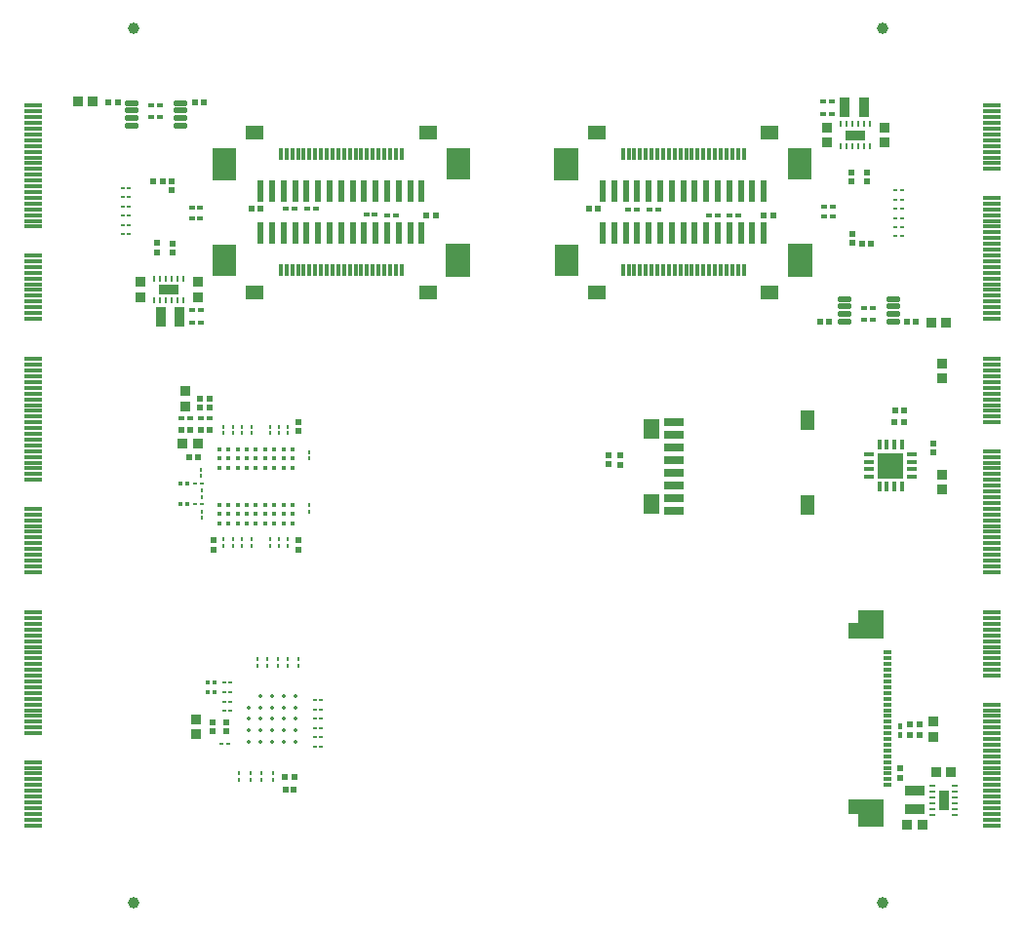
<source format=gtp>
G04*
G04 #@! TF.GenerationSoftware,Altium Limited,Altium Designer,21.1.1 (26)*
G04*
G04 Layer_Color=8421504*
%FSLAX44Y44*%
%MOMM*%
G71*
G04*
G04 #@! TF.SameCoordinates,63B2E272-0427-4AAB-BE5C-BBC369205028*
G04*
G04*
G04 #@! TF.FilePolarity,Positive*
G04*
G01*
G75*
%ADD11C,1.0000*%
%ADD16R,0.5200X0.5600*%
%ADD17R,0.3600X0.3200*%
%ADD18R,0.3500X0.2500*%
%ADD19R,0.2500X0.3500*%
%ADD20C,0.4100*%
%ADD21R,0.5600X0.5200*%
%ADD22R,0.5000X0.4500*%
%ADD23R,0.5200X0.5200*%
%ADD24R,0.8500X0.9000*%
%ADD25R,0.9000X0.8500*%
%ADD26R,1.5000X0.3500*%
%ADD29R,0.4500X0.5000*%
%ADD30R,1.7300X0.9400*%
%ADD31R,1.0000X1.0000*%
%ADD32R,0.8000X0.3000*%
G04:AMPARAMS|DCode=34|XSize=0.25mm|YSize=0.5mm|CornerRadius=0.05mm|HoleSize=0mm|Usage=FLASHONLY|Rotation=90.000|XOffset=0mm|YOffset=0mm|HoleType=Round|Shape=RoundedRectangle|*
%AMROUNDEDRECTD34*
21,1,0.2500,0.4000,0,0,90.0*
21,1,0.1500,0.5000,0,0,90.0*
1,1,0.1000,0.2000,0.0750*
1,1,0.1000,0.2000,-0.0750*
1,1,0.1000,-0.2000,-0.0750*
1,1,0.1000,-0.2000,0.0750*
%
%ADD34ROUNDEDRECTD34*%
%ADD37R,1.4000X1.8000*%
%ADD38R,1.2000X1.8000*%
%ADD39R,1.8000X0.8000*%
%ADD40R,2.2300X2.2300*%
%ADD41R,0.9500X0.3500*%
%ADD42R,0.3500X0.9500*%
%ADD44R,0.3000X1.0000*%
%ADD45R,1.6500X1.3000*%
%ADD46R,0.6000X1.9000*%
%ADD47R,2.1000X2.8000*%
G04:AMPARAMS|DCode=48|XSize=0.45mm|YSize=1.15mm|CornerRadius=0.0495mm|HoleSize=0mm|Usage=FLASHONLY|Rotation=270.000|XOffset=0mm|YOffset=0mm|HoleType=Round|Shape=RoundedRectangle|*
%AMROUNDEDRECTD48*
21,1,0.4500,1.0510,0,0,270.0*
21,1,0.3510,1.1500,0,0,270.0*
1,1,0.0990,-0.5255,-0.1755*
1,1,0.0990,-0.5255,0.1755*
1,1,0.0990,0.5255,0.1755*
1,1,0.0990,0.5255,-0.1755*
%
%ADD48ROUNDEDRECTD48*%
%ADD49R,0.9400X1.7300*%
G04:AMPARAMS|DCode=51|XSize=0.25mm|YSize=0.5mm|CornerRadius=0.05mm|HoleSize=0mm|Usage=FLASHONLY|Rotation=360.000|XOffset=0mm|YOffset=0mm|HoleType=Round|Shape=RoundedRectangle|*
%AMROUNDEDRECTD51*
21,1,0.2500,0.4000,0,0,360.0*
21,1,0.1500,0.5000,0,0,360.0*
1,1,0.1000,0.0750,-0.2000*
1,1,0.1000,-0.0750,-0.2000*
1,1,0.1000,-0.0750,0.2000*
1,1,0.1000,0.0750,0.2000*
%
%ADD51ROUNDEDRECTD51*%
%ADD55C,0.3500*%
%ADD75R,0.8540X1.7890*%
%ADD76R,1.7890X0.8540*%
G36*
X486000Y677750D02*
X465000D01*
Y705750D01*
X486000D01*
Y677750D01*
D02*
G37*
G36*
X189000Y677750D02*
X168000D01*
Y705750D01*
X189000D01*
Y677750D01*
D02*
G37*
G36*
X689000Y594250D02*
X668000D01*
Y622250D01*
X689000D01*
Y594250D01*
D02*
G37*
G36*
X392000Y594250D02*
X371000D01*
Y622250D01*
X392000D01*
Y594250D01*
D02*
G37*
G36*
X750615Y280000D02*
X720115D01*
Y293000D01*
X728615D01*
Y304000D01*
X750615D01*
Y280000D01*
D02*
G37*
G36*
Y116000D02*
X728615D01*
Y127000D01*
X720115D01*
Y140000D01*
X750615D01*
Y116000D01*
D02*
G37*
D11*
X750000Y810000D02*
D03*
Y50000D02*
D03*
X100000D02*
D03*
Y810000D02*
D03*
D16*
X243000Y364900D02*
D03*
Y357100D02*
D03*
Y467900D02*
D03*
Y460100D02*
D03*
X169000Y357100D02*
D03*
Y364900D02*
D03*
X166000Y487900D02*
D03*
Y480100D02*
D03*
X157000Y480200D02*
D03*
Y487800D02*
D03*
X765000Y159000D02*
D03*
Y166800D02*
D03*
X522000Y438650D02*
D03*
Y430850D02*
D03*
X512000Y430950D02*
D03*
Y438550D02*
D03*
X794500Y448900D02*
D03*
Y441100D02*
D03*
X736668Y676915D02*
D03*
Y684715D02*
D03*
X723032Y677015D02*
D03*
Y684615D02*
D03*
X724000Y623100D02*
D03*
Y630900D02*
D03*
X120331Y623085D02*
D03*
Y615285D02*
D03*
X133968Y622985D02*
D03*
Y615385D02*
D03*
X133000Y676900D02*
D03*
Y669100D02*
D03*
X180000Y206900D02*
D03*
Y199100D02*
D03*
X168000Y199200D02*
D03*
Y206800D02*
D03*
D17*
X146413Y396358D02*
D03*
X140813D02*
D03*
X140760Y414509D02*
D03*
X146360D02*
D03*
X164200Y242000D02*
D03*
X169800D02*
D03*
X164400Y233000D02*
D03*
X170000D02*
D03*
D18*
X158796Y396432D02*
D03*
X153296D02*
D03*
X153368Y414457D02*
D03*
X158868D02*
D03*
X761250Y653000D02*
D03*
X766750D02*
D03*
X761315Y669008D02*
D03*
X766815D02*
D03*
X761315Y661008D02*
D03*
X766815D02*
D03*
Y629008D02*
D03*
X761315D02*
D03*
X766815Y645008D02*
D03*
X761315D02*
D03*
X766815Y637008D02*
D03*
X761315D02*
D03*
X95750Y647000D02*
D03*
X90250D02*
D03*
X95685Y630992D02*
D03*
X90185D02*
D03*
X95685Y638992D02*
D03*
X90185D02*
D03*
Y670992D02*
D03*
X95685D02*
D03*
X90185Y654992D02*
D03*
X95685D02*
D03*
X90185Y662992D02*
D03*
X95685D02*
D03*
X178250Y242000D02*
D03*
X183750D02*
D03*
X178250Y233000D02*
D03*
X183750D02*
D03*
X181750Y188000D02*
D03*
X176250D02*
D03*
X257250Y202000D02*
D03*
X262750D02*
D03*
X257250Y186000D02*
D03*
X262750D02*
D03*
X257250Y194000D02*
D03*
X262750D02*
D03*
X183750Y217000D02*
D03*
X178250D02*
D03*
X262750Y218000D02*
D03*
X257250D02*
D03*
X183750Y225000D02*
D03*
X178250D02*
D03*
X257250Y226000D02*
D03*
X262750D02*
D03*
X257250Y210000D02*
D03*
X262750D02*
D03*
D19*
X234000Y463750D02*
D03*
Y458250D02*
D03*
X158673Y384719D02*
D03*
Y390219D02*
D03*
X186000Y365750D02*
D03*
Y360250D02*
D03*
X178000Y365750D02*
D03*
Y360250D02*
D03*
X194000Y365750D02*
D03*
Y360250D02*
D03*
X202000Y365750D02*
D03*
Y360250D02*
D03*
X218000Y365750D02*
D03*
Y360250D02*
D03*
X158701Y408186D02*
D03*
Y402686D02*
D03*
X226000Y365750D02*
D03*
Y360250D02*
D03*
X234000Y365750D02*
D03*
Y360250D02*
D03*
X252046Y395550D02*
D03*
Y390050D02*
D03*
X252000Y436250D02*
D03*
Y441750D02*
D03*
X158539Y426258D02*
D03*
Y420758D02*
D03*
X218000Y458250D02*
D03*
Y463750D02*
D03*
X226000Y458250D02*
D03*
Y463750D02*
D03*
X202000Y458250D02*
D03*
Y463750D02*
D03*
X194000Y458250D02*
D03*
Y463750D02*
D03*
X186000Y458250D02*
D03*
Y463750D02*
D03*
X178000Y458250D02*
D03*
Y463750D02*
D03*
X221000Y162750D02*
D03*
Y157250D02*
D03*
X211000Y162750D02*
D03*
Y157250D02*
D03*
X201000Y162750D02*
D03*
Y157250D02*
D03*
X191000Y162750D02*
D03*
Y157250D02*
D03*
X216000Y261750D02*
D03*
Y256250D02*
D03*
X207000Y256250D02*
D03*
Y261750D02*
D03*
X234000Y256250D02*
D03*
Y261750D02*
D03*
X242650Y256250D02*
D03*
Y261750D02*
D03*
X225000Y256250D02*
D03*
Y261750D02*
D03*
D20*
X174000Y380000D02*
D03*
Y388000D02*
D03*
Y396000D02*
D03*
Y428000D02*
D03*
Y436000D02*
D03*
Y444000D02*
D03*
X182000Y380000D02*
D03*
Y388000D02*
D03*
Y396000D02*
D03*
Y428000D02*
D03*
Y436000D02*
D03*
Y444000D02*
D03*
X190000Y380000D02*
D03*
Y388000D02*
D03*
Y396000D02*
D03*
Y428000D02*
D03*
Y436000D02*
D03*
Y444000D02*
D03*
X198000Y380000D02*
D03*
Y388000D02*
D03*
Y396000D02*
D03*
Y428000D02*
D03*
Y436000D02*
D03*
Y444000D02*
D03*
X206000Y380000D02*
D03*
Y388000D02*
D03*
Y396000D02*
D03*
Y428000D02*
D03*
Y436000D02*
D03*
Y444000D02*
D03*
X214000Y380000D02*
D03*
Y388000D02*
D03*
Y396000D02*
D03*
Y428000D02*
D03*
Y436000D02*
D03*
Y444000D02*
D03*
X222000Y380000D02*
D03*
Y388000D02*
D03*
Y396000D02*
D03*
Y428000D02*
D03*
Y436000D02*
D03*
Y444000D02*
D03*
X230000Y380000D02*
D03*
Y388000D02*
D03*
Y396000D02*
D03*
Y428000D02*
D03*
Y436000D02*
D03*
Y444000D02*
D03*
X238000Y380000D02*
D03*
Y388000D02*
D03*
Y396000D02*
D03*
Y428000D02*
D03*
Y436000D02*
D03*
Y444000D02*
D03*
D21*
X158100Y461000D02*
D03*
X165900D02*
D03*
X141100D02*
D03*
X148900D02*
D03*
X781900Y196000D02*
D03*
X774100D02*
D03*
X781900Y205000D02*
D03*
X774100D02*
D03*
X768400Y467500D02*
D03*
X760600D02*
D03*
X760706Y478211D02*
D03*
X768307D02*
D03*
X495100Y653000D02*
D03*
X502900D02*
D03*
X654900Y647000D02*
D03*
X647100D02*
D03*
X696100Y555000D02*
D03*
X703900D02*
D03*
X778900D02*
D03*
X771100D02*
D03*
X361900Y647000D02*
D03*
X354100D02*
D03*
X202100Y653000D02*
D03*
X209900D02*
D03*
X160900Y745000D02*
D03*
X153100D02*
D03*
X78100D02*
D03*
X85900D02*
D03*
X239172Y159930D02*
D03*
X231371D02*
D03*
X231471Y148848D02*
D03*
X239072D02*
D03*
D22*
X158250Y471000D02*
D03*
X165750D02*
D03*
X141250D02*
D03*
X148750D02*
D03*
X555139Y652280D02*
D03*
X547639D02*
D03*
X529211Y652444D02*
D03*
X536711D02*
D03*
X599250Y647000D02*
D03*
X606750D02*
D03*
X624750D02*
D03*
X617250D02*
D03*
X706250Y746000D02*
D03*
X698750D02*
D03*
X706250Y735000D02*
D03*
X698750D02*
D03*
X734250Y567000D02*
D03*
X741750D02*
D03*
X734250Y557000D02*
D03*
X741750D02*
D03*
X706750Y655000D02*
D03*
X699250D02*
D03*
X706750Y646000D02*
D03*
X699250D02*
D03*
X301861Y647720D02*
D03*
X309361D02*
D03*
X327789Y647556D02*
D03*
X320289D02*
D03*
X257750Y653000D02*
D03*
X250250D02*
D03*
X232250D02*
D03*
X239750D02*
D03*
X150750Y554000D02*
D03*
X158250D02*
D03*
X150750Y565000D02*
D03*
X158250D02*
D03*
X122750Y733000D02*
D03*
X115250D02*
D03*
X122750Y743000D02*
D03*
X115250D02*
D03*
X150250Y645000D02*
D03*
X157750D02*
D03*
X150250Y654000D02*
D03*
X157750D02*
D03*
D23*
X156100Y437000D02*
D03*
X147900D02*
D03*
X740100Y623000D02*
D03*
X731900D02*
D03*
X116900Y677000D02*
D03*
X125100D02*
D03*
D24*
X155500Y449000D02*
D03*
X142500D02*
D03*
X809500Y164000D02*
D03*
X796500D02*
D03*
X771500Y118000D02*
D03*
X784500D02*
D03*
X805500Y554000D02*
D03*
X792500D02*
D03*
X51500Y746000D02*
D03*
X64500D02*
D03*
D25*
X145000Y481500D02*
D03*
Y494500D02*
D03*
X794000Y207500D02*
D03*
Y194500D02*
D03*
X801352Y505907D02*
D03*
Y518907D02*
D03*
Y408925D02*
D03*
Y421925D02*
D03*
X751500Y723500D02*
D03*
Y710500D02*
D03*
X701500Y723500D02*
D03*
Y710500D02*
D03*
X105500Y576500D02*
D03*
Y589500D02*
D03*
X155500Y576500D02*
D03*
Y589500D02*
D03*
X154000Y196500D02*
D03*
Y209500D02*
D03*
D26*
X12500Y522500D02*
D03*
Y517500D02*
D03*
Y512500D02*
D03*
Y507500D02*
D03*
Y502500D02*
D03*
Y497500D02*
D03*
Y492500D02*
D03*
Y487500D02*
D03*
Y482500D02*
D03*
Y477500D02*
D03*
Y472500D02*
D03*
Y467500D02*
D03*
Y462500D02*
D03*
Y457500D02*
D03*
Y452500D02*
D03*
Y447500D02*
D03*
Y442500D02*
D03*
Y437500D02*
D03*
Y432500D02*
D03*
Y427500D02*
D03*
Y422500D02*
D03*
Y417500D02*
D03*
Y392500D02*
D03*
Y387500D02*
D03*
Y382500D02*
D03*
Y377500D02*
D03*
Y372500D02*
D03*
Y367500D02*
D03*
Y362500D02*
D03*
Y357500D02*
D03*
Y352500D02*
D03*
Y347500D02*
D03*
Y342500D02*
D03*
Y337500D02*
D03*
X844500Y117500D02*
D03*
Y122500D02*
D03*
Y127500D02*
D03*
Y132500D02*
D03*
Y137500D02*
D03*
Y142500D02*
D03*
Y147500D02*
D03*
Y152500D02*
D03*
Y157500D02*
D03*
Y162500D02*
D03*
Y167500D02*
D03*
Y172500D02*
D03*
Y177500D02*
D03*
Y182500D02*
D03*
Y187500D02*
D03*
Y192500D02*
D03*
Y197500D02*
D03*
Y202500D02*
D03*
Y207500D02*
D03*
Y212500D02*
D03*
Y217500D02*
D03*
Y222500D02*
D03*
Y247500D02*
D03*
Y252500D02*
D03*
Y257500D02*
D03*
Y262500D02*
D03*
Y267500D02*
D03*
Y272500D02*
D03*
Y277500D02*
D03*
Y282500D02*
D03*
Y287500D02*
D03*
Y292500D02*
D03*
Y297500D02*
D03*
Y302500D02*
D03*
Y337500D02*
D03*
Y342500D02*
D03*
Y347500D02*
D03*
Y352500D02*
D03*
Y357500D02*
D03*
Y362500D02*
D03*
Y367500D02*
D03*
Y372500D02*
D03*
Y377500D02*
D03*
Y382500D02*
D03*
Y387500D02*
D03*
Y392500D02*
D03*
Y397500D02*
D03*
Y402500D02*
D03*
Y407500D02*
D03*
Y412500D02*
D03*
Y417500D02*
D03*
Y422500D02*
D03*
Y427500D02*
D03*
Y432500D02*
D03*
Y437500D02*
D03*
Y442500D02*
D03*
Y467500D02*
D03*
Y472500D02*
D03*
Y477500D02*
D03*
Y482500D02*
D03*
Y487500D02*
D03*
Y492500D02*
D03*
Y497500D02*
D03*
Y502500D02*
D03*
Y507500D02*
D03*
Y512500D02*
D03*
Y517500D02*
D03*
Y522500D02*
D03*
Y557500D02*
D03*
Y562500D02*
D03*
Y567500D02*
D03*
Y572500D02*
D03*
Y577500D02*
D03*
Y582500D02*
D03*
Y587500D02*
D03*
Y592500D02*
D03*
Y597500D02*
D03*
Y602500D02*
D03*
Y607500D02*
D03*
Y612500D02*
D03*
Y617500D02*
D03*
Y622500D02*
D03*
Y627500D02*
D03*
Y632500D02*
D03*
Y637500D02*
D03*
Y642500D02*
D03*
Y647500D02*
D03*
Y652500D02*
D03*
Y657500D02*
D03*
Y662500D02*
D03*
Y687500D02*
D03*
Y692500D02*
D03*
Y697500D02*
D03*
Y702500D02*
D03*
Y707500D02*
D03*
Y712500D02*
D03*
Y717500D02*
D03*
Y722500D02*
D03*
Y727500D02*
D03*
Y732500D02*
D03*
Y737500D02*
D03*
Y742500D02*
D03*
X12500D02*
D03*
Y737500D02*
D03*
Y732500D02*
D03*
Y727500D02*
D03*
Y722500D02*
D03*
Y717500D02*
D03*
Y712500D02*
D03*
Y707500D02*
D03*
Y702500D02*
D03*
Y697500D02*
D03*
Y692500D02*
D03*
Y687500D02*
D03*
Y682500D02*
D03*
Y677500D02*
D03*
Y672500D02*
D03*
Y667500D02*
D03*
Y662500D02*
D03*
Y657500D02*
D03*
Y652500D02*
D03*
Y647500D02*
D03*
Y642500D02*
D03*
Y637500D02*
D03*
Y612500D02*
D03*
Y607500D02*
D03*
Y602500D02*
D03*
Y597500D02*
D03*
Y592500D02*
D03*
Y587500D02*
D03*
Y582500D02*
D03*
Y577500D02*
D03*
Y572500D02*
D03*
Y567500D02*
D03*
Y562500D02*
D03*
Y557500D02*
D03*
Y302500D02*
D03*
Y297500D02*
D03*
Y292500D02*
D03*
Y287500D02*
D03*
Y282500D02*
D03*
Y277500D02*
D03*
Y272500D02*
D03*
Y267500D02*
D03*
Y262500D02*
D03*
Y257500D02*
D03*
Y252500D02*
D03*
Y247500D02*
D03*
Y242500D02*
D03*
Y237500D02*
D03*
Y232500D02*
D03*
Y227500D02*
D03*
Y222500D02*
D03*
Y217500D02*
D03*
Y212500D02*
D03*
Y207500D02*
D03*
Y202500D02*
D03*
Y197500D02*
D03*
Y172500D02*
D03*
Y167500D02*
D03*
Y162500D02*
D03*
Y157500D02*
D03*
Y152500D02*
D03*
Y147500D02*
D03*
Y142500D02*
D03*
Y137500D02*
D03*
Y132500D02*
D03*
Y127500D02*
D03*
Y122500D02*
D03*
Y117500D02*
D03*
D29*
X765000Y203750D02*
D03*
Y196250D02*
D03*
D30*
X778000Y148050D02*
D03*
Y131950D02*
D03*
D31*
X738365Y127500D02*
D03*
Y292500D02*
D03*
D32*
X754620Y152500D02*
D03*
Y157500D02*
D03*
Y162500D02*
D03*
Y167500D02*
D03*
Y172500D02*
D03*
Y177500D02*
D03*
Y182500D02*
D03*
Y187500D02*
D03*
Y192500D02*
D03*
Y197500D02*
D03*
Y202500D02*
D03*
Y207500D02*
D03*
Y212500D02*
D03*
Y217500D02*
D03*
Y222500D02*
D03*
Y227500D02*
D03*
Y232500D02*
D03*
Y237500D02*
D03*
Y242500D02*
D03*
Y247500D02*
D03*
Y252500D02*
D03*
Y257500D02*
D03*
Y262500D02*
D03*
Y267500D02*
D03*
D34*
X812500Y151500D02*
D03*
Y146500D02*
D03*
Y141500D02*
D03*
Y136500D02*
D03*
Y131500D02*
D03*
Y126500D02*
D03*
X793500D02*
D03*
Y131500D02*
D03*
Y136500D02*
D03*
Y141500D02*
D03*
Y146500D02*
D03*
Y151500D02*
D03*
D37*
X549250Y461500D02*
D03*
Y396500D02*
D03*
D38*
X684750Y469500D02*
D03*
Y396000D02*
D03*
D39*
X569250Y467500D02*
D03*
Y456500D02*
D03*
Y445500D02*
D03*
Y434500D02*
D03*
Y423500D02*
D03*
Y412500D02*
D03*
Y401500D02*
D03*
Y390500D02*
D03*
D40*
X757000Y430000D02*
D03*
D41*
X775400Y439750D02*
D03*
Y433250D02*
D03*
Y426750D02*
D03*
Y420250D02*
D03*
X738599D02*
D03*
Y426750D02*
D03*
Y433250D02*
D03*
Y439750D02*
D03*
D42*
X766750Y411600D02*
D03*
X760250D02*
D03*
X753750D02*
D03*
X747250D02*
D03*
Y448400D02*
D03*
X753750D02*
D03*
X760250D02*
D03*
X766750D02*
D03*
D44*
X544500Y700500D02*
D03*
X549500D02*
D03*
X559500D02*
D03*
X554500D02*
D03*
X599500D02*
D03*
X594500D02*
D03*
X604500D02*
D03*
X609500D02*
D03*
X619500D02*
D03*
X614500D02*
D03*
X624500D02*
D03*
X629500D02*
D03*
X584500D02*
D03*
X589500D02*
D03*
X579500D02*
D03*
X574500D02*
D03*
X564500D02*
D03*
X569500D02*
D03*
X539500Y700500D02*
D03*
X534500D02*
D03*
X524500D02*
D03*
X529500D02*
D03*
X609500Y599500D02*
D03*
X604500D02*
D03*
X594500D02*
D03*
X599500D02*
D03*
X554500D02*
D03*
X559500D02*
D03*
X549500D02*
D03*
X544500D02*
D03*
X534500D02*
D03*
X539500D02*
D03*
X529500D02*
D03*
X524500D02*
D03*
X569500D02*
D03*
X564500D02*
D03*
X574500D02*
D03*
X579500D02*
D03*
X589500D02*
D03*
X584500D02*
D03*
X614500Y599500D02*
D03*
X619500D02*
D03*
X629500D02*
D03*
X624500D02*
D03*
X312500Y599500D02*
D03*
X307500D02*
D03*
X297500D02*
D03*
X302500D02*
D03*
X257500D02*
D03*
X262500D02*
D03*
X252500D02*
D03*
X247500D02*
D03*
X237500D02*
D03*
X242500D02*
D03*
X232500D02*
D03*
X227500D02*
D03*
X272500D02*
D03*
X267500D02*
D03*
X277500D02*
D03*
X282500D02*
D03*
X292500D02*
D03*
X287500D02*
D03*
X317500Y599500D02*
D03*
X322500D02*
D03*
X332500D02*
D03*
X327500D02*
D03*
X247500Y700500D02*
D03*
X252500D02*
D03*
X262500D02*
D03*
X257500D02*
D03*
X302500D02*
D03*
X297500D02*
D03*
X307500D02*
D03*
X312500D02*
D03*
X322500D02*
D03*
X317500D02*
D03*
X327500D02*
D03*
X332500D02*
D03*
X287500D02*
D03*
X292500D02*
D03*
X282500D02*
D03*
X277500D02*
D03*
X267500D02*
D03*
X272500D02*
D03*
X242500Y700500D02*
D03*
X237500D02*
D03*
X227500D02*
D03*
X232500D02*
D03*
D45*
X652250Y719500D02*
D03*
X501750D02*
D03*
X501750Y580500D02*
D03*
X652250D02*
D03*
X204750D02*
D03*
X355250D02*
D03*
X355250Y719500D02*
D03*
X204750D02*
D03*
D46*
X567000Y668250D02*
D03*
X577000D02*
D03*
X557000D02*
D03*
X587000D02*
D03*
X537000D02*
D03*
X527000D02*
D03*
X607000D02*
D03*
X617000D02*
D03*
X637000D02*
D03*
X507000D02*
D03*
X647000D02*
D03*
X517000D02*
D03*
X627000D02*
D03*
X597000D02*
D03*
X547000D02*
D03*
X587000Y631750D02*
D03*
X577000D02*
D03*
X597000D02*
D03*
X567000D02*
D03*
X617000D02*
D03*
X627000D02*
D03*
X547000D02*
D03*
X537000D02*
D03*
X517000D02*
D03*
X647000D02*
D03*
X507000D02*
D03*
X637000D02*
D03*
X527000D02*
D03*
X557000D02*
D03*
X607000D02*
D03*
X290000Y631750D02*
D03*
X280000D02*
D03*
X300000D02*
D03*
X270000D02*
D03*
X320000D02*
D03*
X330000D02*
D03*
X250000D02*
D03*
X240000D02*
D03*
X220000D02*
D03*
X350000D02*
D03*
X210000D02*
D03*
X340000D02*
D03*
X230000D02*
D03*
X260000D02*
D03*
X310000D02*
D03*
X270000Y668250D02*
D03*
X280000D02*
D03*
X260000D02*
D03*
X290000D02*
D03*
X240000D02*
D03*
X230000D02*
D03*
X310000D02*
D03*
X320000D02*
D03*
X340000D02*
D03*
X210000D02*
D03*
X350000D02*
D03*
X220000D02*
D03*
X330000D02*
D03*
X300000D02*
D03*
X250000D02*
D03*
D47*
X678500Y691750D02*
D03*
X475500D02*
D03*
Y608250D02*
D03*
X678500D02*
D03*
X178500Y608250D02*
D03*
X381500D02*
D03*
Y691750D02*
D03*
X178500D02*
D03*
D48*
X759250Y555250D02*
D03*
Y561750D02*
D03*
Y568250D02*
D03*
Y574750D02*
D03*
X716750Y555250D02*
D03*
Y561750D02*
D03*
Y568250D02*
D03*
Y574750D02*
D03*
X97750Y744750D02*
D03*
Y738250D02*
D03*
Y731750D02*
D03*
Y725250D02*
D03*
X140250Y744750D02*
D03*
Y738250D02*
D03*
Y731750D02*
D03*
Y725250D02*
D03*
D49*
X733550Y741000D02*
D03*
X717450D02*
D03*
X123450Y559000D02*
D03*
X139550D02*
D03*
D51*
X739000Y707500D02*
D03*
X734000D02*
D03*
X729000D02*
D03*
X724000D02*
D03*
X719000D02*
D03*
X714000D02*
D03*
Y726500D02*
D03*
X719000D02*
D03*
X724000D02*
D03*
X729000D02*
D03*
X734000D02*
D03*
X739000D02*
D03*
X118000Y592500D02*
D03*
X123000D02*
D03*
X128000D02*
D03*
X133000D02*
D03*
X138000D02*
D03*
X143000D02*
D03*
Y573500D02*
D03*
X138000D02*
D03*
X133000D02*
D03*
X128000D02*
D03*
X123000D02*
D03*
X118000D02*
D03*
D55*
X240000Y190000D02*
D03*
X230000D02*
D03*
X220000D02*
D03*
X210000D02*
D03*
X200000D02*
D03*
X240000Y200000D02*
D03*
X230000D02*
D03*
X220000D02*
D03*
X210000D02*
D03*
X200000D02*
D03*
X240000Y210000D02*
D03*
X230000D02*
D03*
X220000D02*
D03*
X210000D02*
D03*
X200000D02*
D03*
X240000Y220000D02*
D03*
X230000D02*
D03*
X220000D02*
D03*
X210000D02*
D03*
X200000D02*
D03*
X240000Y230000D02*
D03*
X230000D02*
D03*
X220000D02*
D03*
X210000D02*
D03*
D75*
X803000Y139000D02*
D03*
D76*
X726500Y717000D02*
D03*
X130500Y583000D02*
D03*
M02*

</source>
